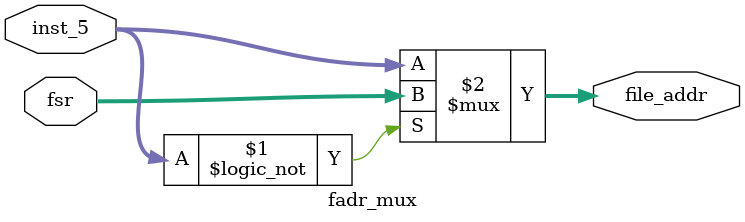
<source format=v>
`timescale 1ns / 1ps


module fadr_mux(
    input [4:0] inst_5,
    input [4:0] fsr,
    output [4:0] file_addr
    );
    
    assign file_addr = (inst_5 == 5'b0) ? fsr : inst_5;
    
endmodule

</source>
